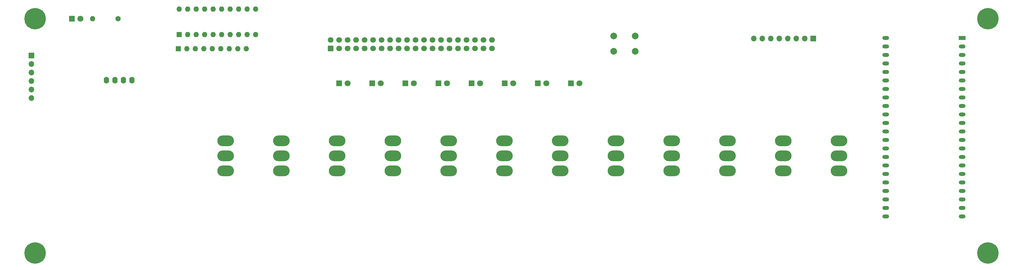
<source format=gbr>
%TF.GenerationSoftware,KiCad,Pcbnew,8.0.6*%
%TF.CreationDate,2024-11-02T14:39:31-05:00*%
%TF.ProjectId,front-panel.processor,66726f6e-742d-4706-916e-656c2e70726f,rev?*%
%TF.SameCoordinates,Original*%
%TF.FileFunction,Soldermask,Bot*%
%TF.FilePolarity,Negative*%
%FSLAX46Y46*%
G04 Gerber Fmt 4.6, Leading zero omitted, Abs format (unit mm)*
G04 Created by KiCad (PCBNEW 8.0.6) date 2024-11-02 14:39:31*
%MOMM*%
%LPD*%
G01*
G04 APERTURE LIST*
G04 Aperture macros list*
%AMRoundRect*
0 Rectangle with rounded corners*
0 $1 Rounding radius*
0 $2 $3 $4 $5 $6 $7 $8 $9 X,Y pos of 4 corners*
0 Add a 4 corners polygon primitive as box body*
4,1,4,$2,$3,$4,$5,$6,$7,$8,$9,$2,$3,0*
0 Add four circle primitives for the rounded corners*
1,1,$1+$1,$2,$3*
1,1,$1+$1,$4,$5*
1,1,$1+$1,$6,$7*
1,1,$1+$1,$8,$9*
0 Add four rect primitives between the rounded corners*
20,1,$1+$1,$2,$3,$4,$5,0*
20,1,$1+$1,$4,$5,$6,$7,0*
20,1,$1+$1,$6,$7,$8,$9,0*
20,1,$1+$1,$8,$9,$2,$3,0*%
G04 Aperture macros list end*
%ADD10RoundRect,0.250000X0.600000X-0.600000X0.600000X0.600000X-0.600000X0.600000X-0.600000X-0.600000X0*%
%ADD11C,1.700000*%
%ADD12R,1.700000X1.700000*%
%ADD13O,1.700000X1.700000*%
%ADD14C,6.400000*%
%ADD15R,1.800000X1.800000*%
%ADD16C,1.800000*%
%ADD17C,1.600000*%
%ADD18O,1.600000X1.600000*%
%ADD19C,2.000000*%
%ADD20R,1.600000X1.600000*%
%ADD21O,5.000000X3.200000*%
%ADD22O,1.600000X2.000000*%
%ADD23R,2.000000X1.200000*%
%ADD24O,2.000000X1.200000*%
G04 APERTURE END LIST*
D10*
%TO.C,J1*%
X128370000Y-163947500D03*
D11*
X128370000Y-161407500D03*
X130910000Y-163947500D03*
X130910000Y-161407500D03*
X133450000Y-163947500D03*
X133450000Y-161407500D03*
X135990000Y-163947500D03*
X135990000Y-161407500D03*
X138530000Y-163947500D03*
X138530000Y-161407500D03*
X141070000Y-163947500D03*
X141070000Y-161407500D03*
X143610000Y-163947500D03*
X143610000Y-161407500D03*
X146150000Y-163947500D03*
X146150000Y-161407500D03*
X148690000Y-163947500D03*
X148690000Y-161407500D03*
X151230000Y-163947500D03*
X151230000Y-161407500D03*
X153770000Y-163947500D03*
X153770000Y-161407500D03*
X156310000Y-163947500D03*
X156310000Y-161407500D03*
X158850000Y-163947500D03*
X158850000Y-161407500D03*
X161390000Y-163947500D03*
X161390000Y-161407500D03*
X163930000Y-163947500D03*
X163930000Y-161407500D03*
X166470000Y-163947500D03*
X166470000Y-161407500D03*
X169010000Y-163947500D03*
X169010000Y-161407500D03*
X171550000Y-163947500D03*
X171550000Y-161407500D03*
X174090000Y-163947500D03*
X174090000Y-161407500D03*
X176630000Y-163947500D03*
X176630000Y-161407500D03*
%TD*%
D12*
%TO.C,J2*%
X38937000Y-165992000D03*
D13*
X38937000Y-168532000D03*
X38937000Y-171072000D03*
X38937000Y-173612000D03*
X38937000Y-176152000D03*
X38937000Y-178692000D03*
%TD*%
D14*
%TO.C,H1*%
X40000000Y-155000000D03*
%TD*%
%TO.C,H2*%
X325000000Y-155000000D03*
%TD*%
%TO.C,H3*%
X325000000Y-225000000D03*
%TD*%
%TO.C,H4*%
X40000000Y-225000000D03*
%TD*%
D15*
%TO.C,D5*%
X51000000Y-155000000D03*
D16*
X53540000Y-155000000D03*
%TD*%
D17*
%TO.C,R6*%
X64810000Y-155000000D03*
D18*
X57190000Y-155000000D03*
%TD*%
D15*
%TO.C,D4*%
X170549000Y-174327000D03*
D16*
X173089000Y-174327000D03*
%TD*%
D19*
%TO.C,SW9*%
X213031000Y-160222000D03*
X219531000Y-160222000D03*
X213031000Y-164722000D03*
X219531000Y-164722000D03*
%TD*%
D15*
%TO.C,D6*%
X160643100Y-174327000D03*
D16*
X163183100Y-174327000D03*
%TD*%
D15*
%TO.C,D3*%
X180454900Y-174329300D03*
D16*
X182994900Y-174329300D03*
%TD*%
D20*
%TO.C,U1*%
X83075000Y-159800000D03*
D18*
X85615000Y-159800000D03*
X88155000Y-159800000D03*
X90695000Y-159800000D03*
X93235000Y-159800000D03*
X95775000Y-159800000D03*
X98315000Y-159800000D03*
X100855000Y-159800000D03*
X103395000Y-159800000D03*
X105935000Y-159800000D03*
X105935000Y-152180000D03*
X103395000Y-152180000D03*
X100855000Y-152180000D03*
X98315000Y-152180000D03*
X95775000Y-152180000D03*
X93235000Y-152180000D03*
X90695000Y-152180000D03*
X88155000Y-152180000D03*
X85615000Y-152180000D03*
X83075000Y-152180000D03*
%TD*%
D21*
%TO.C,SW8*%
X97000000Y-191550000D03*
X97000000Y-196000000D03*
X97000000Y-200450000D03*
%TD*%
%TO.C,SW3*%
X180405000Y-191550000D03*
X180405000Y-196000000D03*
X180405000Y-200450000D03*
%TD*%
%TO.C,SW7*%
X113681000Y-191550000D03*
X113681000Y-196000000D03*
X113681000Y-200450000D03*
%TD*%
%TO.C,SW1*%
X213767000Y-191550000D03*
X213767000Y-196000000D03*
X213767000Y-200450000D03*
%TD*%
%TO.C,SW5*%
X147043000Y-191550000D03*
X147043000Y-196000000D03*
X147043000Y-200450000D03*
%TD*%
D15*
%TO.C,D2*%
X190360800Y-174328800D03*
D16*
X192900800Y-174328800D03*
%TD*%
D21*
%TO.C,SW10*%
X230448000Y-191550000D03*
X230448000Y-196000000D03*
X230448000Y-200450000D03*
%TD*%
D15*
%TO.C,D7*%
X150737300Y-174328800D03*
D16*
X153277300Y-174328800D03*
%TD*%
D21*
%TO.C,SW6*%
X130362000Y-191550000D03*
X130362000Y-196000000D03*
X130362000Y-200450000D03*
%TD*%
%TO.C,SW11*%
X247129000Y-191550000D03*
X247129000Y-196000000D03*
X247129000Y-200450000D03*
%TD*%
D20*
%TO.C,RN1*%
X82825000Y-164000000D03*
D18*
X85365000Y-164000000D03*
X87905000Y-164000000D03*
X90445000Y-164000000D03*
X92985000Y-164000000D03*
X95525000Y-164000000D03*
X98065000Y-164000000D03*
X100605000Y-164000000D03*
X103145000Y-164000000D03*
%TD*%
D15*
%TO.C,D8*%
X140831400Y-174327000D03*
D16*
X143371400Y-174327000D03*
%TD*%
D15*
%TO.C,D1*%
X200266600Y-174327000D03*
D16*
X202806600Y-174327000D03*
%TD*%
D21*
%TO.C,SW2*%
X197086000Y-191550000D03*
X197086000Y-196000000D03*
X197086000Y-200450000D03*
%TD*%
D15*
%TO.C,D9*%
X130925500Y-174327000D03*
D16*
X133465500Y-174327000D03*
%TD*%
D22*
%TO.C,Brd1*%
X61380000Y-173400000D03*
X63920000Y-173400000D03*
X66460000Y-173400000D03*
X69000000Y-173400000D03*
%TD*%
D21*
%TO.C,SW13*%
X280491000Y-191550000D03*
X280491000Y-196000000D03*
X280491000Y-200450000D03*
%TD*%
%TO.C,SW12*%
X263810000Y-191550000D03*
X263810000Y-196000000D03*
X263810000Y-200450000D03*
%TD*%
%TO.C,SW4*%
X163724000Y-191550000D03*
X163724000Y-196000000D03*
X163724000Y-200450000D03*
%TD*%
D12*
%TO.C,J3*%
X272744000Y-160912000D03*
D13*
X270204000Y-160912000D03*
X267664000Y-160912000D03*
X265124000Y-160912000D03*
X262584000Y-160912000D03*
X260044000Y-160912000D03*
X257504000Y-160912000D03*
X254964000Y-160912000D03*
%TD*%
D23*
%TO.C,U2*%
X317317300Y-160787700D03*
D24*
X317317300Y-163327700D03*
X317317300Y-165867700D03*
X317317300Y-168407700D03*
X317317300Y-170947700D03*
X317317300Y-173487700D03*
X317317300Y-176027700D03*
X317317300Y-178567700D03*
X317317300Y-181107700D03*
X317317300Y-183647700D03*
X317317300Y-186187700D03*
X317317300Y-188727700D03*
X317317300Y-191267700D03*
X317317300Y-193807700D03*
X317317300Y-196347700D03*
X317317300Y-198887700D03*
X317317300Y-201427700D03*
X317317300Y-203967700D03*
X317317300Y-206507700D03*
X317320980Y-209044980D03*
X317320980Y-211584980D03*
X317320980Y-214124980D03*
X294457300Y-214127700D03*
X294457300Y-211587700D03*
X294457300Y-209047700D03*
X294457300Y-206507700D03*
X294457300Y-203967700D03*
X294457300Y-201427700D03*
X294457300Y-198887700D03*
X294457300Y-196347700D03*
X294457300Y-193807700D03*
X294457300Y-191267700D03*
X294457300Y-188727700D03*
X294457300Y-186187700D03*
X294457300Y-183647700D03*
X294457300Y-181107700D03*
X294457300Y-178567700D03*
X294457300Y-176027700D03*
X294457300Y-173487700D03*
X294457300Y-170947700D03*
X294457300Y-168407700D03*
X294457300Y-165867700D03*
X294457300Y-163327700D03*
X294457300Y-160787700D03*
%TD*%
M02*

</source>
